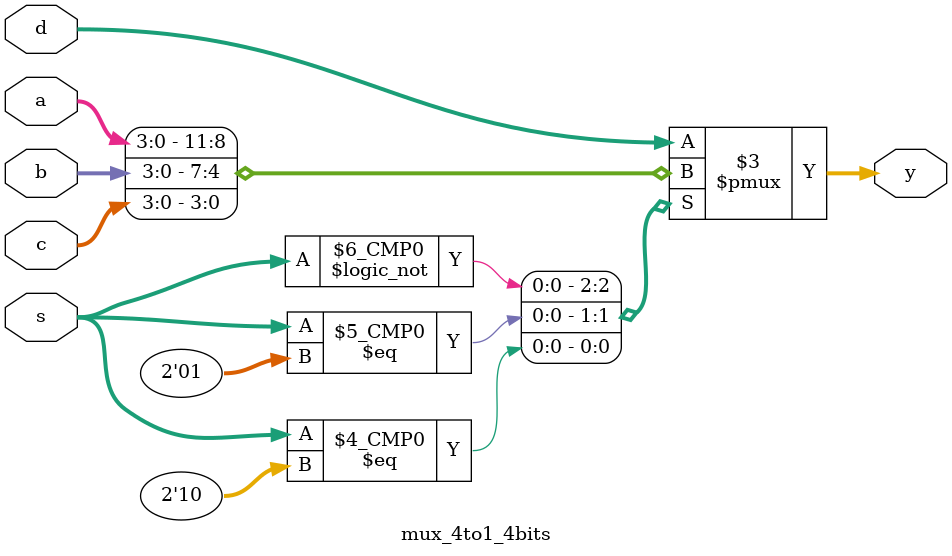
<source format=v>
`timescale 1ns / 1ps
module mux_4to1_4bits(
		input      [3:0] a,
		input      [3:0] b,
		input      [3:0] c,
		input  	  [3:0] d,
		input		  [1:0] s,
		output reg [3:0] y
    );
	 
	 always@(*)
	 begin
		case(s)
			0:	y = a;
			1: y = b;
			2: y = c;
			default: y = d;
		endcase
	 end


endmodule

</source>
